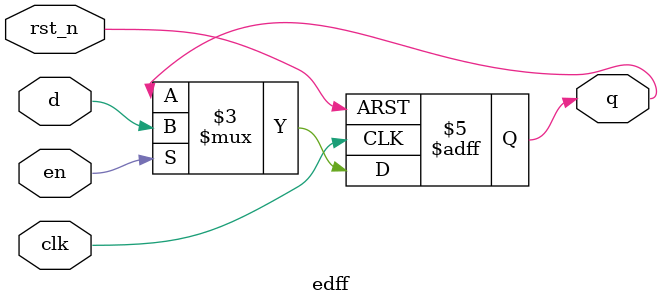
<source format=sv>

module edff (q, en, d, clk, rst_n);
  parameter WIDTH = 1;
  parameter INIT  = '0;

  output logic [WIDTH-1:0] q;

  input  logic             en;
  input  logic [WIDTH-1:0] d;
  input  logic             clk;
  input  logic             rst_n;

`ifdef TB_SUPPORT
  input  logic [WIDTH-1:0] init_data;
`endif

  always @(posedge clk or negedge rst_n)
`ifdef TB_SUPPORT
    if (!rst_n)   q <= init_data;
`else
    if (!rst_n)   q <= INIT;
`endif
    else if (en)  q <= d;

endmodule

</source>
